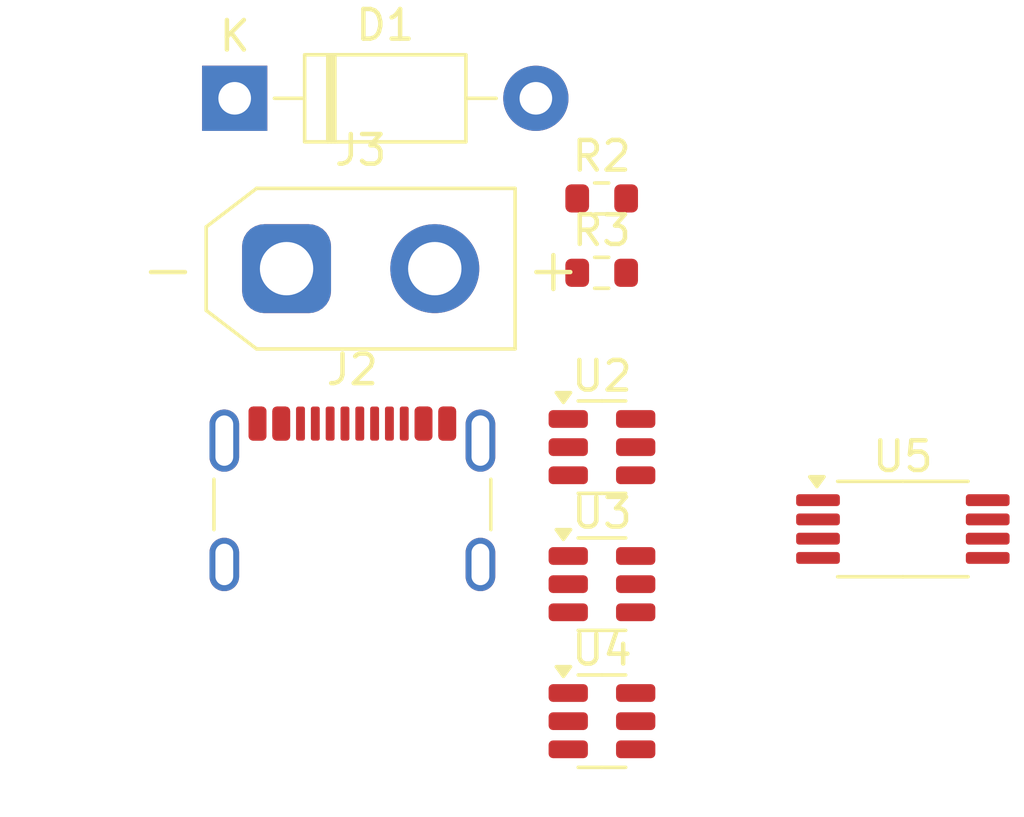
<source format=kicad_pcb>
(kicad_pcb (version 20240108) (generator "pcbnew") (generator_version "8.0")
  (layers (0 "F.Cu" signal) (31 "B.Cu" signal) (34 "B.Paste" user) (35 "F.Paste" user) (36 "B.SilkS" user "B.Silkscreen") (37 "F.SilkS" user "F.Silkscreen") (38 "B.Mask" user) (39 "F.Mask" user) (44 "Edge.Cuts" user))
  (net 0 "")
  (net 1 "Net-(J2-D--PadA7)")
  (net 2 "-BAT")
  (net 4 "Net-(J2-CC2)")
  (net 6 "Net-(J2-D+-PadA6)")
  (net 7 "Net-(J2-CC1)")
  (net 8 "+BAT")
  (net 9 "USB_D+")
  (net 10 "USB_D-")
  (net 11 "Net-(U3-~{CHRG})")
  (net 12 "Net-(U3-STDBY)")
  (net 14 "Net-(U4-CS)")
  (net 17 "5V")
  (net 18 "VBUS{slash}VBAT")
  (net 19 "Net-(U3-PROG)")
  (net 20 "Net-(U4-OC)")
  (net 21 "Net-(U4-OD)")
  (net 22 "Net-(U4-VCC)")
  (footprint "Package_TO_SOT_SMD:TSOT-23-6" (layer "F.Cu") (at 130.647 82.844)
    (property "Reference" "U3" (at 0 -2.4 0) (layer "F.SilkS"))
    (property "Value" "TP4057")
    (fp_line (start 0 -1.56) (end -0.8 -1.56) (stroke (width 0.12)) (layer "F.SilkS"))
    (fp_line (start 0 -1.56) (end 0.8 -1.56) (stroke (width 0.12)) (layer "F.SilkS"))
    (fp_line (start 0 1.56) (end -0.8 1.56) (stroke (width 0.12)) (layer "F.SilkS"))
    (fp_line (start 0 1.56) (end 0.8 1.56) (stroke (width 0.12)) (layer "F.SilkS"))
    (fp_poly (pts (xy -1.3 -1.51) (xy -1.54 -1.84) (xy -1.06 -1.84) (xy -1.3 -1.51)) (stroke (width 0.12)) (fill solid) (layer "F.SilkS"))
    (pad "1" smd roundrect (at -1.1375 -0.95) (size 1.325 0.6) (layers "F.Cu" "F.Paste" "F.Mask") (net 11 "Net-(U3-~{CHRG})"))
    (pad "2" smd roundrect (at -1.1375 0) (size 1.325 0.6) (layers "F.Cu" "F.Paste" "F.Mask") (net 2 "-BAT"))
    (pad "3" smd roundrect (at -1.1375 0.95) (size 1.325 0.6) (layers "F.Cu" "F.Paste" "F.Mask") (net 8 "+BAT"))
    (pad "4" smd roundrect (at 1.1375 0.95) (size 1.325 0.6) (layers "F.Cu" "F.Paste" "F.Mask") (net 17 "5V"))
    (pad "5" smd roundrect (at 1.1375 0) (size 1.325 0.6) (layers "F.Cu" "F.Paste" "F.Mask") (net 12 "Net-(U3-STDBY)"))
    (pad "6" smd roundrect (at 1.1375 -0.95) (size 1.325 0.6) (layers "F.Cu" "F.Paste" "F.Mask") (net 19 "Net-(U3-PROG)"))
  )
  (footprint "Diode_THT:D_DO-41_SOD81_P10.16mm_Horizontal" (layer "F.Cu") (at 118.257 66.444)
    (property "Reference" "D1" (at 5.08 -2.47 0) (layer "F.SilkS"))
    (property "Value" "SB220")
    (fp_line (start 1.34 0) (end 2.36 0) (stroke (width 0.12)) (layer "F.SilkS"))
    (fp_line (start 2.36 -1.47) (end 2.36 1.47) (stroke (width 0.12)) (layer "F.SilkS"))
    (fp_line (start 2.36 1.47) (end 7.8 1.47) (stroke (width 0.12)) (layer "F.SilkS"))
    (fp_line (start 3.14 -1.47) (end 3.14 1.47) (stroke (width 0.12)) (layer "F.SilkS"))
    (fp_line (start 3.26 -1.47) (end 3.26 1.47) (stroke (width 0.12)) (layer "F.SilkS"))
    (fp_line (start 3.38 -1.47) (end 3.38 1.47) (stroke (width 0.12)) (layer "F.SilkS"))
    (fp_line (start 7.8 -1.47) (end 2.36 -1.47) (stroke (width 0.12)) (layer "F.SilkS"))
    (fp_line (start 7.8 1.47) (end 7.8 -1.47) (stroke (width 0.12)) (layer "F.SilkS"))
    (fp_line (start 8.82 0) (end 7.8 0) (stroke (width 0.12)) (layer "F.SilkS"))
    (fp_text user "K" (at 0 -2.1 0) (layer "F.SilkS"))
    (pad "1" thru_hole rect (at 0 0) (size 2.2 2.2) (drill 1.1) (layers "*.Cu" "*.Mask") (net 18 "VBUS{slash}VBAT"))
    (pad "2" thru_hole oval (at 10.16 0) (size 2.2 2.2) (drill 1.1) (layers "*.Cu" "*.Mask") (net 17 "5V"))
  )
  (footprint "Package_TO_SOT_SMD:SOT-23-6" (layer "F.Cu") (at 130.647 78.219)
    (property "Reference" "U2" (at 0 -2.4 0) (layer "F.SilkS"))
    (property "Value" "USBLC6-2SC6")
    (fp_line (start 0 -1.56) (end -0.8 -1.56) (stroke (width 0.12)) (layer "F.SilkS"))
    (fp_line (start 0 -1.56) (end 0.8 -1.56) (stroke (width 0.12)) (layer "F.SilkS"))
    (fp_line (start 0 1.56) (end -0.8 1.56) (stroke (width 0.12)) (layer "F.SilkS"))
    (fp_line (start 0 1.56) (end 0.8 1.56) (stroke (width 0.12)) (layer "F.SilkS"))
    (fp_poly (pts (xy -1.3 -1.51) (xy -1.54 -1.84) (xy -1.06 -1.84) (xy -1.3 -1.51)) (stroke (width 0.12)) (fill solid) (layer "F.SilkS"))
    (pad "1" smd roundrect (at -1.1375 -0.95) (size 1.325 0.6) (layers "F.Cu" "F.Paste" "F.Mask") (net 1 "Net-(J2-D--PadA7)"))
    (pad "2" smd roundrect (at -1.1375 0) (size 1.325 0.6) (layers "F.Cu" "F.Paste" "F.Mask") (net 2 "-BAT"))
    (pad "3" smd roundrect (at -1.1375 0.95) (size 1.325 0.6) (layers "F.Cu" "F.Paste" "F.Mask") (net 6 "Net-(J2-D+-PadA6)"))
    (pad "4" smd roundrect (at 1.1375 0.95) (size 1.325 0.6) (layers "F.Cu" "F.Paste" "F.Mask") (net 9 "USB_D+"))
    (pad "5" smd roundrect (at 1.1375 0) (size 1.325 0.6) (layers "F.Cu" "F.Paste" "F.Mask") (net 17 "5V"))
    (pad "6" smd roundrect (at 1.1375 -0.95) (size 1.325 0.6) (layers "F.Cu" "F.Paste" "F.Mask") (net 10 "USB_D-"))
  )
  (footprint "Package_TO_SOT_SMD:SOT-23-6" (layer "F.Cu") (at 130.647 87.469)
    (property "Reference" "U4" (at 0 -2.4 0) (layer "F.SilkS"))
    (property "Value" "DW01A")
    (fp_line (start 0 -1.56) (end -0.8 -1.56) (stroke (width 0.12)) (layer "F.SilkS"))
    (fp_line (start 0 -1.56) (end 0.8 -1.56) (stroke (width 0.12)) (layer "F.SilkS"))
    (fp_line (start 0 1.56) (end -0.8 1.56) (stroke (width 0.12)) (layer "F.SilkS"))
    (fp_line (start 0 1.56) (end 0.8 1.56) (stroke (width 0.12)) (layer "F.SilkS"))
    (fp_poly (pts (xy -1.3 -1.51) (xy -1.54 -1.84) (xy -1.06 -1.84) (xy -1.3 -1.51)) (stroke (width 0.12)) (fill solid) (layer "F.SilkS"))
    (pad "1" smd roundrect (at -1.1375 -0.95) (size 1.325 0.6) (layers "F.Cu" "F.Paste" "F.Mask") (net 21 "Net-(U4-OD)"))
    (pad "2" smd roundrect (at -1.1375 0) (size 1.325 0.6) (layers "F.Cu" "F.Paste" "F.Mask") (net 14 "Net-(U4-CS)"))
    (pad "3" smd roundrect (at -1.1375 0.95) (size 1.325 0.6) (layers "F.Cu" "F.Paste" "F.Mask") (net 20 "Net-(U4-OC)"))
    (pad "4" smd roundrect (at 1.1375 0.95) (size 1.325 0.6) (layers "F.Cu" "F.Paste" "F.Mask"))
    (pad "5" smd roundrect (at 1.1375 0) (size 1.325 0.6) (layers "F.Cu" "F.Paste" "F.Mask") (net 22 "Net-(U4-VCC)"))
    (pad "6" smd roundrect (at 1.1375 -0.95) (size 1.325 0.6) (layers "F.Cu" "F.Paste" "F.Mask") (net 2 "-BAT"))
  )
  (footprint "Connector_USB:USB_C_Receptacle_GCT_USB4105-xx-A_16P_TopMnt_Horizontal" (layer "F.Cu") (at 122.227 81.104)
    (property "Reference" "J2" (at 0 -5.5 0) (layer "F.SilkS"))
    (property "Value" "USB_C_Receptacle_USB2.0_16P")
    (fp_line (start -4.67 -0.1) (end -4.67 -1.8) (stroke (width 0.12)) (layer "F.SilkS"))
    (fp_line (start 4.67 -0.1) (end 4.67 -1.8) (stroke (width 0.12)) (layer "F.SilkS"))
    (pad "" np_thru_hole circle (at -2.89 -2.605) (size 0.65 0.65) (drill 0.65) (layers "F&B.Cu" "*.Mask"))
    (pad "" np_thru_hole circle (at 2.89 -2.605) (size 0.65 0.65) (drill 0.65) (layers "F&B.Cu" "*.Mask"))
    (pad "A1" smd roundrect (at -3.2 -3.68) (size 0.6 1.15) (layers "F.Cu" "F.Paste" "F.Mask") (net 2 "-BAT"))
    (pad "A4" smd roundrect (at -2.4 -3.68) (size 0.6 1.15) (layers "F.Cu" "F.Paste" "F.Mask") (net 17 "5V"))
    (pad "A5" smd roundrect (at -1.25 -3.68) (size 0.3 1.15) (layers "F.Cu" "F.Paste" "F.Mask") (net 7 "Net-(J2-CC1)"))
    (pad "A6" smd roundrect (at -0.25 -3.68) (size 0.3 1.15) (layers "F.Cu" "F.Paste" "F.Mask") (net 6 "Net-(J2-D+-PadA6)"))
    (pad "A7" smd roundrect (at 0.25 -3.68) (size 0.3 1.15) (layers "F.Cu" "F.Paste" "F.Mask") (net 1 "Net-(J2-D--PadA7)"))
    (pad "A8" smd roundrect (at 1.25 -3.68) (size 0.3 1.15) (layers "F.Cu" "F.Paste" "F.Mask"))
    (pad "A9" smd roundrect (at 2.4 -3.68) (size 0.6 1.15) (layers "F.Cu" "F.Paste" "F.Mask") (net 17 "5V"))
    (pad "A12" smd roundrect (at 3.2 -3.68) (size 0.6 1.15) (layers "F.Cu" "F.Paste" "F.Mask") (net 2 "-BAT"))
    (pad "B1" smd roundrect (at 3.2 -3.68) (size 0.6 1.15) (layers "F.Cu" "F.Paste" "F.Mask") (net 2 "-BAT"))
    (pad "B4" smd roundrect (at 2.4 -3.68) (size 0.6 1.15) (layers "F.Cu" "F.Paste" "F.Mask") (net 17 "5V"))
    (pad "B5" smd roundrect (at 1.75 -3.68) (size 0.3 1.15) (layers "F.Cu" "F.Paste" "F.Mask") (net 4 "Net-(J2-CC2)"))
    (pad "B6" smd roundrect (at 0.75 -3.68) (size 0.3 1.15) (layers "F.Cu" "F.Paste" "F.Mask") (net 6 "Net-(J2-D+-PadA6)"))
    (pad "B7" smd roundrect (at -0.75 -3.68) (size 0.3 1.15) (layers "F.Cu" "F.Paste" "F.Mask") (net 1 "Net-(J2-D--PadA7)"))
    (pad "B8" smd roundrect (at -1.75 -3.68) (size 0.3 1.15) (layers "F.Cu" "F.Paste" "F.Mask"))
    (pad "B9" smd roundrect (at -2.4 -3.68) (size 0.6 1.15) (layers "F.Cu" "F.Paste" "F.Mask") (net 17 "5V"))
    (pad "B12" smd roundrect (at -3.2 -3.68) (size 0.6 1.15) (layers "F.Cu" "F.Paste" "F.Mask") (net 2 "-BAT"))
    (pad "S1" thru_hole oval (at -4.32 -3.105) (size 1 2.1) (drill oval 0.6 1.7) (property pad_prop_heatsink) (layers "*.Cu" "*.Mask" "F.Paste") (net 2 "-BAT"))
    (pad "S1" thru_hole oval (at -4.32 1.075) (size 1 1.8) (drill oval 0.6 1.4) (property pad_prop_heatsink) (layers "*.Cu" "*.Mask" "F.Paste") (net 2 "-BAT"))
    (pad "S1" thru_hole oval (at 4.32 -3.105) (size 1 2.1) (drill oval 0.6 1.7) (property pad_prop_heatsink) (layers "*.Cu" "*.Mask" "F.Paste") (net 2 "-BAT"))
    (pad "S1" thru_hole oval (at 4.32 1.075) (size 1 1.8) (drill oval 0.6 1.4) (property pad_prop_heatsink) (layers "*.Cu" "*.Mask" "F.Paste") (net 2 "-BAT"))
  )
  (footprint "Connector_AMASS:AMASS_XT30UPB-F_1x02_P5.0mm_Vertical" (layer "F.Cu") (at 120.007 72.194)
    (property "Reference" "J3" (at 2.5 -4 0) (layer "F.SilkS"))
    (property "Value" "con")
    (fp_line (start -2.71 -1.41) (end -2.71 1.41) (stroke (width 0.12)) (layer "F.SilkS"))
    (fp_line (start -2.71 -1.41) (end -1.01 -2.71) (stroke (width 0.12)) (layer "F.SilkS"))
    (fp_line (start -2.71 1.41) (end -1.01 2.71) (stroke (width 0.12)) (layer "F.SilkS"))
    (fp_line (start -1.01 -2.71) (end 7.71 -2.71) (stroke (width 0.12)) (layer "F.SilkS"))
    (fp_line (start -1.01 2.71) (end 7.71 2.71) (stroke (width 0.12)) (layer "F.SilkS"))
    (fp_line (start 7.71 -2.71) (end 7.71 2.71) (stroke (width 0.12)) (layer "F.SilkS"))
    (fp_text user "+" (at 9 0 0) (layer "F.SilkS") (effects (font (size 1.5 1.5))))
    (fp_text user "-" (at -4 0 0) (layer "F.SilkS") (effects (font (size 1.5 1.5))))
    (pad "1" thru_hole roundrect (at 0 0) (size 3 3) (drill 1.8) (layers "*.Cu" "*.Mask") (net 8 "+BAT"))
    (pad "2" thru_hole circle (at 5 0) (size 3 3) (drill 1.8) (layers "*.Cu" "*.Mask") (net 2 "-BAT"))
  )
  (footprint "Package_SO:TSSOP-8_4.4x3mm_P0.65mm" (layer "F.Cu") (at 140.7975 80.984)
    (property "Reference" "U5" (at 0 -2.45 0) (layer "F.SilkS"))
    (property "Value" "dual nmos")
    (fp_line (start 0 -1.61) (end -2.2 -1.61) (stroke (width 0.12)) (layer "F.SilkS"))
    (fp_line (start 0 -1.61) (end 2.2 -1.61) (stroke (width 0.12)) (layer "F.SilkS"))
    (fp_line (start 0 1.61) (end -2.2 1.61) (stroke (width 0.12)) (layer "F.SilkS"))
    (fp_line (start 0 1.61) (end 2.2 1.61) (stroke (width 0.12)) (layer "F.SilkS"))
    (fp_poly (pts (xy -2.9 -1.435) (xy -3.14 -1.765) (xy -2.66 -1.765) (xy -2.9 -1.435)) (stroke (width 0.12)) (fill solid) (layer "F.SilkS"))
    (pad "1" smd roundrect (at -2.8625 -0.975) (size 1.475 0.4) (layers "F.Cu" "F.Paste" "F.Mask"))
    (pad "2" smd roundrect (at -2.8625 -0.325) (size 1.475 0.4) (layers "F.Cu" "F.Paste" "F.Mask") (net 2 "-BAT"))
    (pad "3" smd roundrect (at -2.8625 0.325) (size 1.475 0.4) (layers "F.Cu" "F.Paste" "F.Mask") (net 2 "-BAT"))
    (pad "4" smd roundrect (at -2.8625 0.975) (size 1.475 0.4) (layers "F.Cu" "F.Paste" "F.Mask") (net 20 "Net-(U4-OC)"))
    (pad "5" smd roundrect (at 2.8625 0.975) (size 1.475 0.4) (layers "F.Cu" "F.Paste" "F.Mask") (net 21 "Net-(U4-OD)"))
    (pad "6" smd roundrect (at 2.8625 0.325) (size 1.475 0.4) (layers "F.Cu" "F.Paste" "F.Mask") (net 2 "-BAT"))
    (pad "7" smd roundrect (at 2.8625 -0.325) (size 1.475 0.4) (layers "F.Cu" "F.Paste" "F.Mask") (net 2 "-BAT"))
    (pad "8" smd roundrect (at 2.8625 -0.975) (size 1.475 0.4) (layers "F.Cu" "F.Paste" "F.Mask"))
  )
  (footprint "Resistor_SMD:R_0603_1608Metric" (layer "F.Cu") (at 130.637 72.334)
    (property "Reference" "R3" (at 0 -1.43 0) (layer "F.SilkS"))
    (property "Value" "5.1k")
    (fp_line (start -0.237258 -0.5225) (end 0.237258 -0.5225) (stroke (width 0.12)) (layer "F.SilkS"))
    (fp_line (start -0.237258 0.5225) (end 0.237258 0.5225) (stroke (width 0.12)) (layer "F.SilkS"))
    (pad "1" smd roundrect (at -0.825 0) (size 0.8 0.95) (layers "F.Cu" "F.Paste" "F.Mask") (net 7 "Net-(J2-CC1)"))
    (pad "2" smd roundrect (at 0.825 0) (size 0.8 0.95) (layers "F.Cu" "F.Paste" "F.Mask") (net 2 "-BAT"))
  )
  (footprint "Resistor_SMD:R_0603_1608Metric" (layer "F.Cu") (at 130.637 69.824)
    (property "Reference" "R2" (at 0 -1.43 0) (layer "F.SilkS"))
    (property "Value" "5.1k")
    (fp_line (start -0.237258 -0.5225) (end 0.237258 -0.5225) (stroke (width 0.12)) (layer "F.SilkS"))
    (fp_line (start -0.237258 0.5225) (end 0.237258 0.5225) (stroke (width 0.12)) (layer "F.SilkS"))
    (pad "1" smd roundrect (at -0.825 0) (size 0.8 0.95) (layers "F.Cu" "F.Paste" "F.Mask") (net 4 "Net-(J2-CC2)"))
    (pad "2" smd roundrect (at 0.825 0) (size 0.8 0.95) (layers "F.Cu" "F.Paste" "F.Mask") (net 2 "-BAT"))
  )
)
</source>
